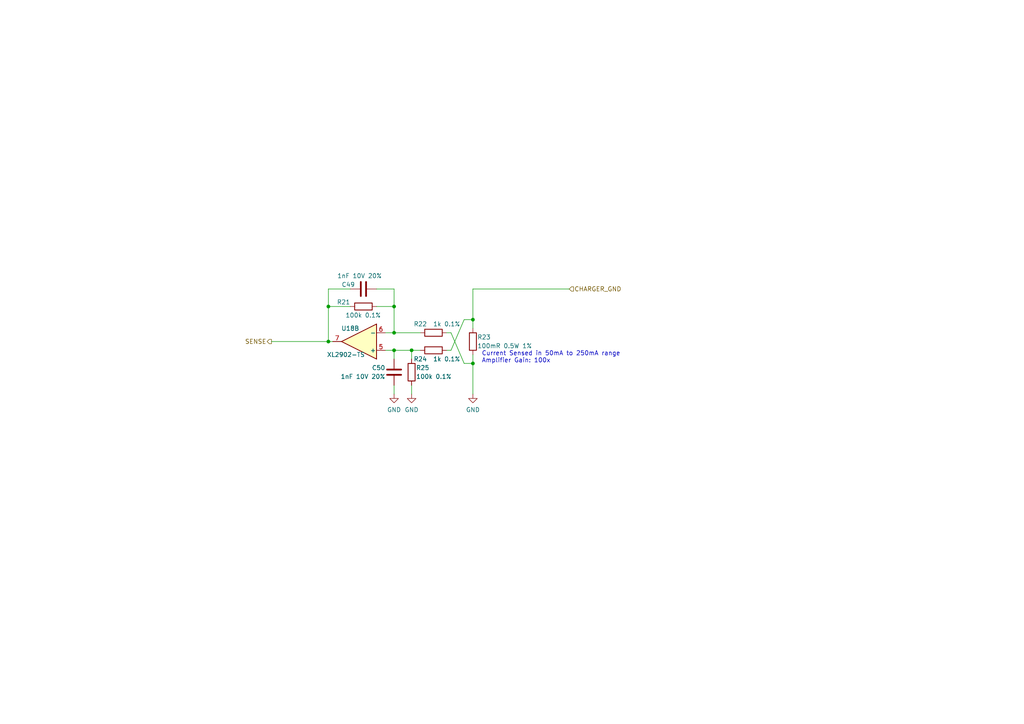
<source format=kicad_sch>
(kicad_sch (version 20230121) (generator eeschema)
  (paper "A4")
  (lib_symbols
    (symbol "Amplifier_Operational:LM2902" (pin_names (offset 0.127))
      (property "Reference" "U" (at 0 5.08 0))
      (property "Value" "LM2902" (at 0 -5.08 0))
      (symbol "LM2902_1_1"
        (polyline (pts (xy -5.08 5.08) (xy 5.08 0) (xy -5.08 -5.08) (xy -5.08 5.08)) (stroke (width 0.254)) (fill (type background)))
        (pin output line (at 7.62 0 180) (length 2.54) (name "~") (number "1"))
        (pin input line (at -7.62 -2.54 0) (length 2.54) (name "-") (number "2"))
        (pin input line (at -7.62 2.54 0) (length 2.54) (name "+") (number "3"))
      )
      (symbol "LM2902_2_1"
        (polyline (pts (xy -5.08 5.08) (xy 5.08 0) (xy -5.08 -5.08) (xy -5.08 5.08)) (stroke (width 0.254)) (fill (type background)))
        (pin input line (at -7.62 2.54 0) (length 2.54) (name "+") (number "5"))
        (pin input line (at -7.62 -2.54 0) (length 2.54) (name "-") (number "6"))
        (pin output line (at 7.62 0 180) (length 2.54) (name "~") (number "7"))
      )
      (symbol "LM2902_3_1"
        (polyline (pts (xy -5.08 5.08) (xy 5.08 0) (xy -5.08 -5.08) (xy -5.08 5.08)) (stroke (width 0.254)) (fill (type background)))
        (pin input line (at -7.62 2.54 0) (length 2.54) (name "+") (number "10"))
        (pin output line (at 7.62 0 180) (length 2.54) (name "~") (number "8"))
        (pin input line (at -7.62 -2.54 0) (length 2.54) (name "-") (number "9"))
      )
      (symbol "LM2902_4_1"
        (polyline (pts (xy -5.08 5.08) (xy 5.08 0) (xy -5.08 -5.08) (xy -5.08 5.08)) (stroke (width 0.254)) (fill (type background)))
        (pin input line (at -7.62 2.54 0) (length 2.54) (name "+") (number "12"))
        (pin input line (at -7.62 -2.54 0) (length 2.54) (name "-") (number "13"))
        (pin output line (at 7.62 0 180) (length 2.54) (name "~") (number "14"))
      )
      (symbol "LM2902_5_1"
        (pin power_in line (at -2.54 -7.62 90) (length 3.81) (name "V-") (number "11"))
        (pin power_in line (at -2.54 7.62 270) (length 3.81) (name "V+") (number "4"))
      )
    )
    (symbol "Device:C" (pin_numbers hide) (pin_names (offset 0.254))
      (property "Reference" "C" (at 0.635 2.54 0))
      (property "Value" "C" (at 0.635 -2.54 0))
      (symbol "C_0_1"
        (polyline (pts (xy -2.032 -0.762) (xy 2.032 -0.762)) (stroke (width 0.508)))
        (polyline (pts (xy -2.032 0.762) (xy 2.032 0.762)) (stroke (width 0.508)))
      )
      (symbol "C_1_1"
        (pin passive line (at 0 3.81 270) (length 2.794) (name "~") (number "1"))
        (pin passive line (at 0 -3.81 90) (length 2.794) (name "~") (number "2"))
      )
    )
    (symbol "Device:R" (pin_numbers hide) (pin_names (offset 0))
      (property "Reference" "R" (at 2.032 0 90))
      (property "Value" "R" (at 0 0 90))
      (symbol "R_0_1"
        (rectangle (start -1.016 -2.54) (end 1.016 2.54) (stroke (width 0.254)))
      )
      (symbol "R_1_1"
        (pin passive line (at 0 3.81 270) (length 1.27) (name "~") (number "1"))
        (pin passive line (at 0 -3.81 90) (length 1.27) (name "~") (number "2"))
      )
    )
    (symbol "power:GND" (power) (pin_names (offset 0))
      (property "Value" "GND" (at 0 -3.81 0))
      (symbol "GND_0_1"
        (polyline (pts (xy 0 0) (xy 0 -1.27) (xy 1.27 -1.27) (xy 0 -2.54) (xy -1.27 -1.27) (xy 0 -1.27)))
      )
      (symbol "GND_1_1"
        (pin power_in line (at 0 0 270) (length 0) hide (name "GND") (number "1"))
      )
    )
  )
  (junction (at 137.16 92.71))
  (junction (at 95.25 99.06))
  (junction (at 95.25 88.9))
  (junction (at 119.38 101.6))
  (junction (at 114.3 96.52))
  (junction (at 137.16 105.41))
  (junction (at 114.3 101.6))
  (junction (at 114.3 88.9))
  (wire (pts (xy 137.16 83.82) (xy 165.1 83.82)))
  (wire (pts (xy 95.25 99.06) (xy 78.74 99.06)))
  (wire (pts (xy 121.92 101.6) (xy 119.38 101.6)))
  (wire (pts (xy 119.38 111.76) (xy 119.38 114.3)))
  (wire (pts (xy 109.22 88.9) (xy 114.3 88.9)))
  (wire (pts (xy 114.3 88.9) (xy 114.3 96.52)))
  (wire (pts (xy 114.3 96.52) (xy 111.76 96.52)))
  (wire (pts (xy 130.81 101.6) (xy 134.62 92.71)))
  (wire (pts (xy 101.6 83.82) (xy 95.25 83.82)))
  (wire (pts (xy 134.62 105.41) (xy 137.16 105.41)))
  (wire (pts (xy 137.16 105.41) (xy 137.16 102.87)))
  (wire (pts (xy 101.6 88.9) (xy 95.25 88.9)))
  (wire (pts (xy 114.3 111.76) (xy 114.3 114.3)))
  (wire (pts (xy 114.3 101.6) (xy 111.76 101.6)))
  (wire (pts (xy 114.3 101.6) (xy 114.3 104.14)))
  (wire (pts (xy 119.38 101.6) (xy 119.38 104.14)))
  (wire (pts (xy 137.16 92.71) (xy 137.16 95.25)))
  (wire (pts (xy 129.54 96.52) (xy 130.81 96.52)))
  (wire (pts (xy 129.54 101.6) (xy 130.81 101.6)))
  (wire (pts (xy 95.25 83.82) (xy 95.25 88.9)))
  (wire (pts (xy 130.81 96.52) (xy 134.62 105.41)))
  (wire (pts (xy 96.52 99.06) (xy 95.25 99.06)))
  (wire (pts (xy 134.62 92.71) (xy 137.16 92.71)))
  (wire (pts (xy 109.22 83.82) (xy 114.3 83.82)))
  (wire (pts (xy 137.16 105.41) (xy 137.16 114.3)))
  (wire (pts (xy 137.16 83.82) (xy 137.16 92.71)))
  (wire (pts (xy 114.3 83.82) (xy 114.3 88.9)))
  (wire (pts (xy 95.25 88.9) (xy 95.25 99.06)))
  (wire (pts (xy 119.38 101.6) (xy 114.3 101.6)))
  (wire (pts (xy 121.92 96.52) (xy 114.3 96.52)))
  (text "Current Sensed in 50mA to 250mA range\nAmplifier Gain: 100x" (at 139.7 105.41 0) (effects (font (size 1.27 1.27)) (justify left bottom)))
  (hierarchical_label "CHARGER_GND" (shape input) (at 165.1 83.82 0))
  (hierarchical_label "SENSE" (shape output) (at 78.74 99.06 180))
  (symbol (lib_id "Amplifier_Operational:LM2902") (at 104.14 99.06 180) (unit 2)
    (property "Reference" "U18" (at 101.6 95.25 0))
    (property "Value" "XL2902-TS" (at 100.33 102.87 0))
    (property "Footprint" "Package_SO:TSSOP-14_4.4x5mm_P0.65mm" (effects hide))
    (property "Manufacturer" "XINLUDA" (effects hide))
    (property "Manufacturer Part Number" "XL2902-TS" (effects hide))
    (instances (project "Main" (path "" (reference "U18") (unit 2)) (path "" (reference "U18") (unit 1)) (path "" (reference "U20") (unit 2)) (path "" (reference "U20") (unit 1)) (path "" (reference "U18") (unit 3)) (path "" (reference "U18") (unit 4)) (path "" (reference "U20") (unit 3)) (path "" (reference "U20") (unit 4))))
  )
  (symbol (lib_id "Device:R") (at 105.41 88.9 90) (mirror x) (unit 1)
    (property "Reference" "R21" (at 101.6 87.63 90) (effects (justify left)))
    (property "Value" "100k 0.1%" (at 110.49 91.44 90) (effects (justify left)))
    (property "Footprint" "Resistor_SMD:R_0402_1005Metric" (effects hide))
    (property "Generic OK" "NO" (effects hide))
    (property "Manufacturer" "Fenghua" (effects hide))
    (property "Manufacturer Part Number" "TC02G1003BT" (effects hide))
    (instances (project "Main" (path "" (reference "R21") (unit 1)) (path "" (reference "R28") (unit 1)) (path "" (reference "R54") (unit 1)) (path "" (reference "R49") (unit 1)) (path "" (reference "R39") (unit 1)) (path "" (reference "R44") (unit 1)) (path "" (reference "R59") (unit 1)) (path "" (reference "R64") (unit 1))))
  )
  (symbol (lib_id "Device:R") (at 125.73 101.6 270) (mirror x) (unit 1)
    (property "Reference" "R24" (at 121.92 104.14 90))
    (property "Value" "1k 0.1%" (at 129.54 104.14 90))
    (property "Footprint" "Resistor_SMD:R_0402_1005Metric" (effects hide))
    (property "Manufacturer" "Fenghua" (effects hide))
    (property "Manufacturer Part Number" "TC02G1001BT" (effects hide))
    (property "Generic OK" "YES" (effects hide))
    (instances (project "Main" (path "" (reference "R24") (unit 1)) (path "" (reference "R31") (unit 1)) (path "" (reference "R57") (unit 1)) (path "" (reference "R52") (unit 1)) (path "" (reference "R42") (unit 1)) (path "" (reference "R47") (unit 1)) (path "" (reference "R62") (unit 1)) (path "" (reference "R67") (unit 1))))
  )
  (symbol (lib_id "Device:C") (at 114.3 107.95 0) (unit 1)
    (property "Reference" "C50" (at 111.76 106.68 0) (effects (justify right)))
    (property "Value" "1nF 10V 20%" (at 111.76 109.22 0) (effects (justify right)))
    (property "Footprint" "Capacitor_SMD:C_0402_1005Metric" (effects hide))
    (property "LCSC Part Number" "C77018" (effects hide))
    (property "Manufacturer" "Murata" (effects hide))
    (property "Manufacturer Part Number" "GRM155R71H102KA01D" (effects hide))
    (property "Generic OK" "YES" (effects hide))
    (instances (project "Main" (path "" (reference "C50") (unit 1)) (path "" (reference "C60") (unit 1)) (path "" (reference "C68") (unit 1)) (path "" (reference "C66") (unit 1)) (path "" (reference "C62") (unit 1)) (path "" (reference "C64") (unit 1)) (path "" (reference "C70") (unit 1)) (path "" (reference "C72") (unit 1))))
  )
  (symbol (lib_id "power:GND") (at 137.16 114.3 0) (mirror y) (unit 1)
    (property "Reference" "#PWR043" (effects hide))
    (property "Value" "GND" (at 137.16 118.8625 0))
    (instances (project "Main" (path "" (reference "#PWR043") (unit 1)) (path "" (reference "#PWR049") (unit 1)) (path "" (reference "#PWR072") (unit 1)) (path "" (reference "#PWR069") (unit 1)) (path "" (reference "#PWR054") (unit 1)) (path "" (reference "#PWR062") (unit 1)) (path "" (reference "#PWR075") (unit 1)) (path "" (reference "#PWR079") (unit 1))))
  )
  (symbol (lib_id "Device:R") (at 137.16 99.06 0) (mirror x) (unit 1)
    (property "Reference" "R23" (at 138.43 97.79 0) (effects (justify left)))
    (property "Value" "100mR 0.5W 1%" (at 138.43 100.33 0) (effects (justify left)))
    (property "Footprint" "Resistor_SMD:R_2010_5025Metric" (effects hide))
    (property "Manufacturer" "UNI-ROYAL(Uniroyal Elec)" (effects hide))
    (property "Manufacturer Part Number" "201007F100LT4E" (effects hide))
    (property "Generic OK" "NO" (effects hide))
    (instances (project "Main" (path "" (reference "R23") (unit 1)) (path "" (reference "R30") (unit 1)) (path "" (reference "R56") (unit 1)) (path "" (reference "R51") (unit 1)) (path "" (reference "R41") (unit 1)) (path "" (reference "R46") (unit 1)) (path "" (reference "R61") (unit 1)) (path "" (reference "R66") (unit 1))))
  )
  (symbol (lib_id "Device:C") (at 105.41 83.82 270) (unit 1)
    (property "Reference" "C49" (at 99.06 82.55 90) (effects (justify left)))
    (property "Value" "1nF 10V 20%" (at 97.79 80.01 90) (effects (justify left)))
    (property "Footprint" "Capacitor_SMD:C_0402_1005Metric" (effects hide))
    (property "LCSC Part Number" "C77018" (effects hide))
    (property "Manufacturer" "Murata" (effects hide))
    (property "Manufacturer Part Number" "GRM155R71H102KA01D" (effects hide))
    (property "Generic OK" "YES" (effects hide))
    (instances (project "Main" (path "" (reference "C49") (unit 1)) (path "" (reference "C59") (unit 1)) (path "" (reference "C67") (unit 1)) (path "" (reference "C65") (unit 1)) (path "" (reference "C61") (unit 1)) (path "" (reference "C63") (unit 1)) (path "" (reference "C69") (unit 1)) (path "" (reference "C71") (unit 1))))
  )
  (symbol (lib_id "power:GND") (at 119.38 114.3 0) (mirror y) (unit 1)
    (property "Reference" "#PWR042" (effects hide))
    (property "Value" "GND" (at 119.38 118.8625 0))
    (instances (project "Main" (path "" (reference "#PWR042") (unit 1)) (path "" (reference "#PWR047") (unit 1)) (path "" (reference "#PWR071") (unit 1)) (path "" (reference "#PWR068") (unit 1)) (path "" (reference "#PWR053") (unit 1)) (path "" (reference "#PWR060") (unit 1)) (path "" (reference "#PWR074") (unit 1)) (path "" (reference "#PWR077") (unit 1))))
  )
  (symbol (lib_id "Device:R") (at 119.38 107.95 0) (mirror x) (unit 1)
    (property "Reference" "R25" (at 120.65 106.68 0) (effects (justify left)))
    (property "Value" "100k 0.1%" (at 120.65 109.22 0) (effects (justify left)))
    (property "Footprint" "Resistor_SMD:R_0402_1005Metric" (effects hide))
    (property "Generic OK" "NO" (effects hide))
    (property "Manufacturer" "Fenghua" (effects hide))
    (property "Manufacturer Part Number" "TC02G1003BT" (effects hide))
    (instances (project "Main" (path "" (reference "R25") (unit 1)) (path "" (reference "R32") (unit 1)) (path "" (reference "R58") (unit 1)) (path "" (reference "R53") (unit 1)) (path "" (reference "R43") (unit 1)) (path "" (reference "R48") (unit 1)) (path "" (reference "R63") (unit 1)) (path "" (reference "R68") (unit 1))))
  )
  (symbol (lib_id "Device:R") (at 125.73 96.52 270) (mirror x) (unit 1)
    (property "Reference" "R22" (at 121.92 93.98 90))
    (property "Value" "1k 0.1%" (at 129.54 93.98 90))
    (property "Footprint" "Resistor_SMD:R_0402_1005Metric" (effects hide))
    (property "Manufacturer" "Fenghua" (effects hide))
    (property "Manufacturer Part Number" "TC02G1001BT" (effects hide))
    (property "Generic OK" "YES" (effects hide))
    (instances (project "Main" (path "" (reference "R22") (unit 1)) (path "" (reference "R29") (unit 1)) (path "" (reference "R55") (unit 1)) (path "" (reference "R50") (unit 1)) (path "" (reference "R40") (unit 1)) (path "" (reference "R45") (unit 1)) (path "" (reference "R60") (unit 1)) (path "" (reference "R65") (unit 1))))
  )
  (symbol (lib_id "power:GND") (at 114.3 114.3 0) (mirror y) (unit 1)
    (property "Reference" "#PWR040" (effects hide))
    (property "Value" "GND" (at 114.3 118.8625 0))
    (instances (project "Main" (path "" (reference "#PWR040") (unit 1)) (path "" (reference "#PWR045") (unit 1)) (path "" (reference "#PWR070") (unit 1)) (path "" (reference "#PWR063") (unit 1)) (path "" (reference "#PWR050") (unit 1)) (path "" (reference "#PWR056") (unit 1)) (path "" (reference "#PWR073") (unit 1)) (path "" (reference "#PWR076") (unit 1))))
  )
)
</source>
